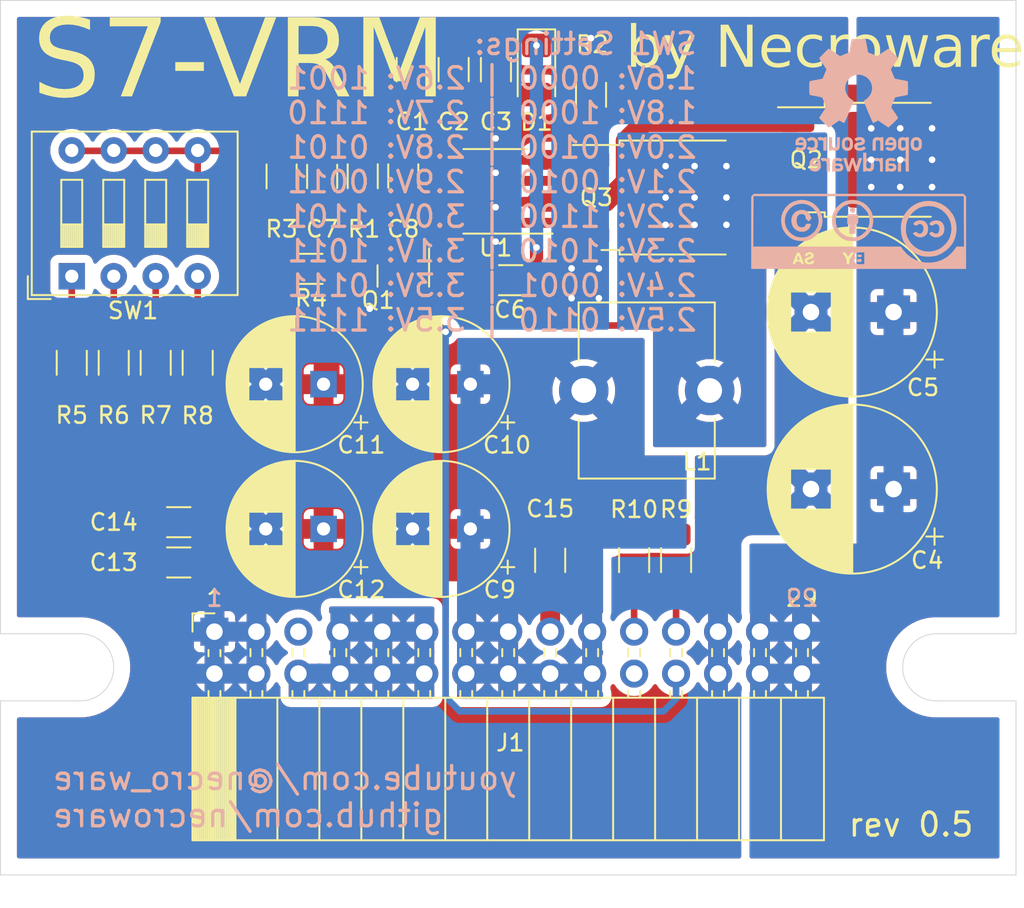
<source format=kicad_pcb>
(kicad_pcb (version 20221018) (generator pcbnew)
  (title_block (title "S7-VRM") (date "2023-04-12") (rev "0.5") (company "Necroware") (comment 1 "by Scorp"))
  (layers (0 "F.Cu" signal) (31 "B.Cu" signal) (34 "B.Paste" user) (35 "F.Paste" user) (36 "B.SilkS" user "B.Silkscreen") (37 "F.SilkS" user "F.Silkscreen") (38 "B.Mask" user) (39 "F.Mask" user) (44 "Edge.Cuts" user))
  (net 0 "")
  (net 1 "/BST")
  (net 2 "/PHASE")
  (net 3 "+5V")
  (net 4 "GND")
  (net 5 "VCORE")
  (net 6 "DISABLE")
  (net 7 "/TG")
  (net 8 "/BG")
  (net 9 "FB")
  (net 10 "Net-(R5-Pad1)")
  (net 11 "Net-(R6-Pad1)")
  (net 12 "Net-(R7-Pad1)")
  (net 13 "Net-(R8-Pad1)")
  (net 14 "SENSE")
  (net 15 "PWRGOOD")
  (net 16 "+12V")
  (net 17 "+3.3V")
  (net 19 "/COMP")
  (net 20 "Net-(C7-Pad1)")
  (footprint "Capacitor_THT:CP_Radial_D8.0mm_P3.50mm" (layer "F.Cu") (at 138.938 112.141 180)
    (fp_text reference "C12" (at -2.286 -3.683 180) (layer "F.SilkS"))
    (fp_text value "1000u")
    (pad "1" thru_hole rect (at 0 0 180) (size 1.6 1.6) (drill 0.8) (layers "*.Cu" "*.Mask") (net 5 "VCORE"))
    (pad "2" thru_hole circle (at 3.5 0 180) (size 1.6 1.6) (drill 0.8) (layers "*.Cu" "*.Mask") (net 4 "GND"))
  )
  (footprint "Resistor_SMD:R_1206_3216Metric_Pad1.30x1.75mm_HandSolder" (layer "F.Cu") (at 155.127 85.852 -90)
    (fp_text reference "R2" (at -3.048 -0.067 -180) (layer "F.SilkS"))
    (fp_text value "12K")
    (pad "1" smd roundrect (at -1.55 0 270) (size 1.3 1.75) (layers "F.Cu" "F.Paste" "F.Mask") (roundrect_rratio 0.192308) (net 4 "GND"))
    (pad "2" smd roundrect (at 1.55 0 270) (size 1.3 1.75) (layers "F.Cu" "F.Paste" "F.Mask") (roundrect_rratio 0.192308) (net 8 "/BG"))
  )
  (footprint "Resistor_SMD:R_1206_3216Metric_Pad1.30x1.75mm_HandSolder" (layer "F.Cu") (at 126.238 102.082 -90)
    (fp_text reference "R6" (at 3.1735 0 -180) (layer "F.SilkS"))
    (fp_text value "6K")
    (pad "1" smd roundrect (at -1.55 0 270) (size 1.3 1.75) (layers "F.Cu" "F.Paste" "F.Mask") (roundrect_rratio 0.192308) (net 11 "Net-(R6-Pad1)"))
    (pad "2" smd roundrect (at 1.55 0 270) (size 1.3 1.75) (layers "F.Cu" "F.Paste" "F.Mask") (roundrect_rratio 0.192308) (net 4 "GND"))
  )
  (footprint "Capacitor_THT:CP_Radial_D8.0mm_P3.50mm" (layer "F.Cu") (at 138.938 103.378 180)
    (fp_text reference "C11" (at -2.286 -3.683) (layer "F.SilkS"))
    (fp_text value "1000u")
    (pad "1" thru_hole rect (at 0 0 180) (size 1.6 1.6) (drill 0.8) (layers "*.Cu" "*.Mask") (net 5 "VCORE"))
    (pad "2" thru_hole circle (at 3.5 0 180) (size 1.6 1.6) (drill 0.8) (layers "*.Cu" "*.Mask") (net 4 "GND"))
  )
  (footprint "Package_TO_SOT_SMD:SOT-23" (layer "F.Cu") (at 143.764 96.8225 -90)
    (fp_text reference "Q1" (at 1.4755 1.524) (layer "F.SilkS"))
    (fp_text value "Q_NPN_BEC")
    (pad "1" smd roundrect (at -0.9375 -0.95 270) (size 1.475 0.6) (layers "F.Cu" "F.Paste" "F.Mask") (net 6 "DISABLE"))
    (pad "2" smd roundrect (at -0.9375 0.95 270) (size 1.475 0.6) (layers "F.Cu" "F.Paste" "F.Mask") (net 4 "GND"))
    (pad "3" smd roundrect (at 0.9375 0 270) (size 1.475 0.6) (layers "F.Cu" "F.Paste" "F.Mask") (net 19 "/COMP"))
  )
  (footprint "Resistor_SMD:R_1206_3216Metric_Pad1.30x1.75mm_HandSolder" (layer "F.Cu") (at 141.308666 90.784 90)
    (fp_text reference "R1" (at -3.196 0.0762) (layer "F.SilkS"))
    (fp_text value "12K")
    (pad "1" smd roundrect (at -1.55 0 90) (size 1.3 1.75) (layers "F.Cu" "F.Paste" "F.Mask") (roundrect_rratio 0.192308) (net 19 "/COMP"))
    (pad "2" smd roundrect (at 1.55 0 90) (size 1.3 1.75) (layers "F.Cu" "F.Paste" "F.Mask") (roundrect_rratio 0.192308) (net 20 "Net-(C7-Pad1)"))
  )
  (footprint "Capacitor_THT:CP_Radial_D8.0mm_P3.50mm" (layer "F.Cu") (at 147.824698 103.378 180)
    (fp_text reference "C10" (at -2.215 -3.683) (layer "F.SilkS"))
    (fp_text value "1000u")
    (pad "1" thru_hole rect (at 0 0 180) (size 1.6 1.6) (drill 0.8) (layers "*.Cu" "*.Mask") (net 5 "VCORE"))
    (pad "2" thru_hole circle (at 3.5 0 180) (size 1.6 1.6) (drill 0.8) (layers "*.Cu" "*.Mask") (net 4 "GND"))
  )
  (footprint "Capacitor_THT:CP_Radial_D10.0mm_P5.00mm" (layer "F.Cu") (at 173.436677 109.728 180)
    (fp_text reference "C4" (at -2.032 -4.318) (layer "F.SilkS"))
    (fp_text value "2200u")
    (pad "1" thru_hole rect (at 0 0 180) (size 2 2) (drill 1) (layers "*.Cu" "*.Mask") (net 3 "+5V"))
    (pad "2" thru_hole circle (at 5 0 180) (size 2 2) (drill 1) (layers "*.Cu" "*.Mask") (net 4 "GND"))
  )
  (footprint "Button_Switch_THT:SW_DIP_SPSTx04_Slide_9.78x12.34mm_W7.62mm_P2.54mm" (layer "F.Cu") (at 123.698 96.8405 90)
    (fp_text reference "SW1" (at -2.0828 3.7084 180) (layer "F.SilkS"))
    (fp_text value "SW_DIP_x04")
    (pad "1" thru_hole rect (at 0 0 90) (size 1.6 1.6) (drill 0.8) (layers "*.Cu" "*.Mask") (net 10 "Net-(R5-Pad1)"))
    (pad "2" thru_hole oval (at 0 2.54 90) (size 1.6 1.6) (drill 0.8) (layers "*.Cu" "*.Mask") (net 11 "Net-(R6-Pad1)"))
    (pad "3" thru_hole oval (at 0 5.08 90) (size 1.6 1.6) (drill 0.8) (layers "*.Cu" "*.Mask") (net 12 "Net-(R7-Pad1)"))
    (pad "4" thru_hole oval (at 0 7.62 90) (size 1.6 1.6) (drill 0.8) (layers "*.Cu" "*.Mask") (net 13 "Net-(R8-Pad1)"))
    (pad "5" thru_hole oval (at 7.62 7.62 90) (size 1.6 1.6) (drill 0.8) (layers "*.Cu" "*.Mask") (net 9 "FB"))
    (pad "6" thru_hole oval (at 7.62 5.08 90) (size 1.6 1.6) (drill 0.8) (layers "*.Cu" "*.Mask") (net 9 "FB"))
    (pad "7" thru_hole oval (at 7.62 2.54 90) (size 1.6 1.6) (drill 0.8) (layers "*.Cu" "*.Mask") (net 9 "FB"))
    (pad "8" thru_hole oval (at 7.62 0 90) (size 1.6 1.6) (drill 0.8) (layers "*.Cu" "*.Mask") (net 9 "FB"))
  )
  (footprint "Capacitor_THT:CP_Radial_D8.0mm_P3.50mm" (layer "F.Cu") (at 147.824698 112.141 180)
    (fp_text reference "C9" (at -1.779651 -3.683 180) (layer "F.SilkS"))
    (fp_text value "1000u")
    (pad "1" thru_hole rect (at 0 0 180) (size 1.6 1.6) (drill 0.8) (layers "*.Cu" "*.Mask") (net 5 "VCORE"))
    (pad "2" thru_hole circle (at 3.5 0 180) (size 1.6 1.6) (drill 0.8) (layers "*.Cu" "*.Mask") (net 4 "GND"))
  )
  (footprint "Inductor_THT:L_Toroid_Vertical_L16.0mm_W8.0mm_P7.62mm" (layer "F.Cu") (at 162.306 103.759 -90)
    (fp_text reference "L1" (at 4.318 0.762) (layer "F.SilkS"))
    (fp_text value "3,3u")
    (pad "1" thru_hole circle (at 0 0 270) (size 3 3) (drill 1.5) (layers "*.Cu" "*.Mask") (net 2 "/PHASE"))
    (pad "2" thru_hole circle (at 0 7.62 270) (size 3 3) (drill 1.5) (layers "*.Cu" "*.Mask") (net 5 "VCORE"))
  )
  (footprint "Capacitor_SMD:C_1206_3216Metric_Pad1.33x1.80mm_HandSolder" (layer "F.Cu") (at 150.2645 97.0788 180)
    (fp_text reference "C6" (at 0.0235 -1.778 180) (layer "F.SilkS"))
    (fp_text value "100n")
    (pad "1" smd roundrect (at -1.5625 0 180) (size 1.325 1.8) (layers "F.Cu" "F.Paste" "F.Mask") (roundrect_rratio 0.188679) (net 1 "/BST"))
    (pad "2" smd roundrect (at 1.5625 0 180) (size 1.325 1.8) (layers "F.Cu" "F.Paste" "F.Mask") (roundrect_rratio 0.188679) (net 2 "/PHASE"))
  )
  (footprint "Capacitor_SMD:C_1206_3216Metric_Pad1.33x1.80mm_HandSolder" (layer "F.Cu") (at 149.370999 84.328 90)
    (fp_text reference "C3" (at -3.1525 0 180) (layer "F.SilkS"))
    (fp_text value "100n")
    (pad "1" smd roundrect (at -1.5625 0 90) (size 1.325 1.8) (layers "F.Cu" "F.Paste" "F.Mask") (roundrect_rratio 0.188679) (net 3 "+5V"))
    (pad "2" smd roundrect (at 1.5625 0 90) (size 1.325 1.8) (layers "F.Cu" "F.Paste" "F.Mask") (roundrect_rratio 0.188679) (net 4 "GND"))
  )
  (footprint "Capacitor_SMD:C_1206_3216Metric_Pad1.33x1.80mm_HandSolder" (layer "F.Cu") (at 143.764 90.7715 90)
    (fp_text reference "C8" (at -3.2085 0 180) (layer "F.SilkS"))
    (fp_text value "47p")
    (pad "1" smd roundrect (at -1.5625 0 90) (size 1.325 1.8) (layers "F.Cu" "F.Paste" "F.Mask") (roundrect_rratio 0.188679) (net 19 "/COMP"))
    (pad "2" smd roundrect (at 1.5625 0 90) (size 1.325 1.8) (layers "F.Cu" "F.Paste" "F.Mask") (roundrect_rratio 0.188679) (net 4 "GND"))
  )
  (footprint "Connector_PinSocket_2.54mm:PinSocket_2x15_P2.54mm_Horizontal" (layer "F.Cu") (at 132.334 118.364 90)
    (fp_text reference "J1" (at -6.731 17.907 180) (layer "F.SilkS"))
    (fp_text value "Conn_02x15_Row_Letter_First")
    (pad "1" thru_hole rect (at 0 0 90) (size 1.7 1.7) (drill 1) (layers "*.Cu" "*.Mask") (net 4 "GND"))
    (pad "2" thru_hole oval (at -2.54 0 90) (size 1.7 1.7) (drill 1) (layers "*.Cu" "*.Mask") (net 4 "GND"))
    (pad "3" thru_hole oval (at 0 2.54 90) (size 1.7 1.7) (drill 1) (layers "*.Cu" "*.Mask") (net 4 "GND"))
    (pad "4" thru_hole oval (at -2.54 2.54 90) (size 1.7 1.7) (drill 1) (layers "*.Cu" "*.Mask") (net 4 "GND"))
    (pad "5" thru_hole oval (at 0 5.08 90) (size 1.7 1.7) (drill 1) (layers "*.Cu" "*.Mask") (net 16 "+12V"))
    (pad "6" thru_hole oval (at -2.54 5.08 90) (size 1.7 1.7) (drill 1) (layers "*.Cu" "*.Mask") (net 17 "+3.3V"))
    (pad "7" thru_hole oval (at 0 7.62 90) (size 1.7 1.7) (drill 1) (layers "*.Cu" "*.Mask") (net 17 "+3.3V"))
    (pad "8" thru_hole oval (at -2.54 7.62 90) (size 1.7 1.7) (drill 1) (layers "*.Cu" "*.Mask") (net 17 "+3.3V"))
    (pad "9" thru_hole oval (at 0 10.16 90) (size 1.7 1.7) (drill 1) (layers "*.Cu" "*.Mask") (net 17 "+3.3V"))
    (pad "10" thru_hole oval (at -2.54 10.16 90) (size 1.7 1.7) (drill 1) (layers "*.Cu" "*.Mask") (net 17 "+3.3V"))
    (pad "11" thru_hole oval (at 0 12.7 90) (size 1.7 1.7) (drill 1) (layers "*.Cu" "*.Mask") (net 17 "+3.3V"))
    (pad "12" thru_hole oval (at -2.54 12.7 90) (size 1.7 1.7) (drill 1) (layers "*.Cu" "*.Mask") (net 17 "+3.3V"))
    (pad "13" thru_hole oval (at 0 15.24 90) (size 1.7 1.7) (drill 1) (layers "*.Cu" "*.Mask") (net 5 "VCORE"))
    (pad "14" thru_hole oval (at -2.54 15.24 90) (size 1.7 1.7) (drill 1) (layers "*.Cu" "*.Mask") (net 5 "VCORE"))
    (pad "15" thru_hole oval (at 0 17.78 90) (size 1.7 1.7) (drill 1) (layers "*.Cu" "*.Mask") (net 5 "VCORE"))
    (pad "16" thru_hole oval (at -2.54 17.78 90) (size 1.7 1.7) (drill 1) (layers "*.Cu" "*.Mask") (net 5 "VCORE"))
    (pad "17" thru_hole oval (at 0 20.32 90) (size 1.7 1.7) (drill 1) (layers "*.Cu" "*.Mask") (net 4 "GND"))
    (pad "18" thru_hole oval (at -2.54 20.32 90) (size 1.7 1.7) (drill 1) (layers "*.Cu" "*.Mask") (net 5 "VCORE"))
    (pad "19" thru_hole oval (at 0 22.86 90) (size 1.7 1.7) (drill 1) (layers "*.Cu" "*.Mask") (net 5 "VCORE"))
    (pad "20" thru_hole oval (at -2.54 22.86 90) (size 1.7 1.7) (drill 1) (layers "*.Cu" "*.Mask") (net 5 "VCORE"))
    (pad "21" thru_hole oval (at 0 25.4 90) (size 1.7 1.7) (drill 1) (layers "*.Cu" "*.Mask") (net 15 "PWRGOOD"))
    (pad "22" thru_hole oval (at -2.54 25.4 90) (size 1.7 1.7) (drill 1) (layers "*.Cu" "*.Mask"))
    (pad "23" thru_hole oval (at 0 27.94 90) (size 1.7 1.7) (drill 1) (layers "*.Cu" "*.Mask") (net 14 "SENSE"))
    (pad "24" thru_hole oval (at -2.54 27.94 90) (size 1.7 1.7) (drill 1) (layers "*.Cu" "*.Mask") (net 6 "DISABLE"))
    (pad "25" thru_hole oval (at 0 30.48 90) (size 1.7 1.7) (drill 1) (layers "*.Cu" "*.Mask") (net 4 "GND"))
    (pad "26" thru_hole oval (at -2.54 30.48 90) (size 1.7 1.7) (drill 1) (layers "*.Cu" "*.Mask") (net 4 "GND"))
    (pad "27" thru_hole oval (at 0 33.02 90) (size 1.7 1.7) (drill 1) (layers "*.Cu" "*.Mask") (net 3 "+5V"))
    (pad "28" thru_hole oval (at -2.54 33.02 90) (size 1.7 1.7) (drill 1) (layers "*.Cu" "*.Mask") (net 3 "+5V"))
    (pad "29" thru_hole oval (at 0 35.56 90) (size 1.7 1.7) (drill 1) (layers "*.Cu" "*.Mask") (net 3 "+5V"))
    (pad "30" thru_hole oval (at -2.54 35.56 90) (size 1.7 1.7) (drill 1) (layers "*.Cu" "*.Mask") (net 3 "+5V"))
  )
  (footprint "Package_TO_SOT_SMD:TO-252-2" (layer "F.Cu") (at 160.167 92.074)
    (fp_text reference "Q3" (at -4.719 0 180) (layer "F.SilkS"))
    (fp_text value "Q_NMOS_GDS")
    (pad "1" smd roundrect (at -5.04 -2.28) (size 2.2 1.2) (layers "F.Cu" "F.Paste" "F.Mask") (roundrect_rratio 0.208333) (net 8 "/BG"))
    (pad "2" smd roundrect (at -0.415 -1.525) (size 3.05 2.75) (layers "F.Cu" "F.Paste") (roundrect_rratio 0.090909) (net 2 "/PHASE"))
    (pad "2" smd roundrect (at -0.415 1.525) (size 3.05 2.75) (layers "F.Cu" "F.Paste") (roundrect_rratio 0.090909) (net 2 "/PHASE"))
    (pad "2" smd roundrect (at 1.26 0) (size 6.4 5.8) (layers "F.Cu" "F.Mask") (roundrect_rratio 0.043103) (net 2 "/PHASE"))
    (pad "2" smd roundrect (at 2.935 -1.525) (size 3.05 2.75) (layers "F.Cu" "F.Paste") (roundrect_rratio 0.090909) (net 2 "/PHASE"))
    (pad "2" smd roundrect (at 2.935 1.525) (size 3.05 2.75) (layers "F.Cu" "F.Paste") (roundrect_rratio 0.090909) (net 2 "/PHASE"))
    (pad "3" smd roundrect (at -5.04 2.28) (size 2.2 1.2) (layers "F.Cu" "F.Paste" "F.Mask") (roundrect_rratio 0.208333) (net 4 "GND"))
  )
  (footprint "Capacitor_SMD:C_1206_3216Metric_Pad1.33x1.80mm_HandSolder" (layer "F.Cu") (at 146.812 84.328 90)
    (fp_text reference "C2" (at -3.1525 0) (layer "F.SilkS"))
    (fp_text value "4.7u")
    (pad "1" smd roundrect (at -1.5625 0 90) (size 1.325 1.8) (layers "F.Cu" "F.Paste" "F.Mask") (roundrect_rratio 0.188679) (net 3 "+5V"))
    (pad "2" smd roundrect (at 1.5625 0 90) (size 1.325 1.8) (layers "F.Cu" "F.Paste" "F.Mask") (roundrect_rratio 0.188679) (net 4 "GND"))
  )
  (footprint "Resistor_SMD:R_1206_3216Metric_Pad1.30x1.75mm_HandSolder" (layer "F.Cu") (at 128.778 102.082 -90)
    (fp_text reference "R7" (at 3.1735 0 -180) (layer "F.SilkS"))
    (fp_text value "4,8K")
    (pad "1" smd roundrect (at -1.55 0 270) (size 1.3 1.75) (layers "F.Cu" "F.Paste" "F.Mask") (roundrect_rratio 0.192308) (net 12 "Net-(R7-Pad1)"))
    (pad "2" smd roundrect (at 1.55 0 270) (size 1.3 1.75) (layers "F.Cu" "F.Paste" "F.Mask") (roundrect_rratio 0.192308) (net 4 "GND"))
  )
  (footprint "Resistor_SMD:R_1206_3216Metric_Pad1.30x1.75mm_HandSolder" (layer "F.Cu") (at 138.151651 96.393 180)
    (fp_text reference "R4" (at -0.024349 -1.778 180) (layer "F.SilkS"))
    (fp_text value "3K")
    (pad "1" smd roundrect (at -1.55 0 180) (size 1.3 1.75) (layers "F.Cu" "F.Paste" "F.Mask") (roundrect_rratio 0.192308) (net 5 "VCORE"))
    (pad "2" smd roundrect (at 1.55 0 180) (size 1.3 1.75) (layers "F.Cu" "F.Paste" "F.Mask") (roundrect_rratio 0.192308) (net 9 "FB"))
  )
  (footprint "Resistor_SMD:R_1206_3216Metric_Pad1.30x1.75mm_HandSolder" (layer "F.Cu") (at 160.274 114.0335 90)
    (fp_text reference "R9" (at 3.074 0 180) (layer "F.SilkS"))
    (fp_text value "0")
    (pad "1" smd roundrect (at -1.55 0 90) (size 1.3 1.75) (layers "F.Cu" "F.Paste" "F.Mask") (roundrect_rratio 0.192308) (net 14 "SENSE"))
    (pad "2" smd roundrect (at 1.55 0 90) (size 1.3 1.75) (layers "F.Cu" "F.Paste" "F.Mask") (roundrect_rratio 0.192308) (net 5 "VCORE"))
  )
  (footprint "Capacitor_SMD:C_1206_3216Metric_Pad1.33x1.80mm_HandSolder" (layer "F.Cu") (at 152.654 114.046 -90)
    (fp_text reference "C15" (at -3.125 0 -180) (layer "F.SilkS"))
    (fp_text value "10u")
    (pad "1" smd roundrect (at -1.5625 0 270) (size 1.325 1.8) (layers "F.Cu" "F.Paste" "F.Mask") (roundrect_rratio 0.188679) (net 5 "VCORE"))
    (pad "2" smd roundrect (at 1.5625 0 270) (size 1.325 1.8) (layers "F.Cu" "F.Paste" "F.Mask") (roundrect_rratio 0.188679) (net 4 "GND"))
  )
  (footprint "Resistor_SMD:R_1206_3216Metric_Pad1.30x1.75mm_HandSolder" (layer "F.Cu") (at 131.318 102.082 -90)
    (fp_text reference "R8" (at 3.201 0 -180) (layer "F.SilkS"))
    (fp_text value "3K")
    (pad "1" smd roundrect (at -1.55 0 270) (size 1.3 1.75) (layers "F.Cu" "F.Paste" "F.Mask") (roundrect_rratio 0.192308) (net 13 "Net-(R8-Pad1)"))
    (pad "2" smd roundrect (at 1.55 0 270) (size 1.3 1.75) (layers "F.Cu" "F.Paste" "F.Mask") (roundrect_rratio 0.192308) (net 4 "GND"))
  )
  (footprint "Package_TO_SOT_SMD:TO-252-2" (layer "F.Cu") (at 172.579 89.788)
    (fp_text reference "Q2" (at -4.431 0 180) (layer "F.SilkS"))
    (fp_text value "Q_NMOS_GDS")
    (pad "1" smd roundrect (at -5.04 -2.28) (size 2.2 1.2) (layers "F.Cu" "F.Paste" "F.Mask") (roundrect_rratio 0.208333) (net 7 "/TG"))
    (pad "2" smd roundrect (at -0.415 -1.525) (size 3.05 2.75) (layers "F.Cu" "F.Paste") (roundrect_rratio 0.090909) (net 3 "+5V"))
    (pad "2" smd roundrect (at -0.415 1.525) (size 3.05 2.75) (layers "F.Cu" "F.Paste") (roundrect_rratio 0.090909) (net 3 "+5V"))
    (pad "2" smd roundrect (at 1.26 0) (size 6.4 5.8) (layers "F.Cu" "F.Mask") (roundrect_rratio 0.043103) (net 3 "+5V"))
    (pad "2" smd roundrect (at 2.935 -1.525) (size 3.05 2.75) (layers "F.Cu" "F.Paste") (roundrect_rratio 0.090909) (net 3 "+5V"))
    (pad "2" smd roundrect (at 2.935 1.525) (size 3.05 2.75) (layers "F.Cu" "F.Paste") (roundrect_rratio 0.090909) (net 3 "+5V"))
    (pad "3" smd roundrect (at -5.04 2.28) (size 2.2 1.2) (layers "F.Cu" "F.Paste" "F.Mask") (roundrect_rratio 0.208333) (net 2 "/PHASE"))
  )
  (footprint "Resistor_SMD:R_1206_3216Metric_Pad1.30x1.75mm_HandSolder" (layer "F.Cu") (at 136.398 90.7965 -90)
    (fp_text reference "R3" (at 3.1835 0) (layer "F.SilkS"))
    (fp_text value "3K")
    (pad "1" smd roundrect (at -1.55 0 270) (size 1.3 1.75) (layers "F.Cu" "F.Paste" "F.Mask") (roundrect_rratio 0.192308) (net 9 "FB"))
    (pad "2" smd roundrect (at 1.55 0 270) (size 1.3 1.75) (layers "F.Cu" "F.Paste" "F.Mask") (roundrect_rratio 0.192308) (net 4 "GND"))
  )
  (footprint "Diode_SMD:D_1206_3216Metric_Pad1.42x1.75mm_HandSolder" (layer "F.Cu") (at 151.822998 84.3505 -90)
    (fp_text reference "D1" (at 3.1525 0 -180) (layer "F.SilkS"))
    (fp_text value "D")
    (pad "1" smd roundrect (at -1.4875 0 270) (size 1.425 1.75) (layers "F.Cu" "F.Paste" "F.Mask") (roundrect_rratio 0.175439) (net 1 "/BST"))
    (pad "2" smd roundrect (at 1.4875 0 270) (size 1.425 1.75) (layers "F.Cu" "F.Paste" "F.Mask") (roundrect_rratio 0.175439) (net 3 "+5V"))
  )
  (footprint "Capacitor_SMD:C_1206_3216Metric_Pad1.33x1.80mm_HandSolder" (layer "F.Cu") (at 138.853333 90.7965 -90)
    (fp_text reference "C7" (at 3.1835 0) (layer "F.SilkS"))
    (fp_text value "330n")
    (pad "1" smd roundrect (at -1.5625 0 270) (size 1.325 1.8) (layers "F.Cu" "F.Paste" "F.Mask") (roundrect_rratio 0.188679) (net 20 "Net-(C7-Pad1)"))
    (pad "2" smd roundrect (at 1.5625 0 270) (size 1.325 1.8) (layers "F.Cu" "F.Paste" "F.Mask") (roundrect_rratio 0.188679) (net 4 "GND"))
  )
  (footprint "Package_SO:SOIC-8_3.9x4.9mm_P1.27mm" (layer "F.Cu") (at 149.352 91.699 180)
    (fp_text reference "U1" (at 0 -3.424 180) (layer "F.SilkS"))
    (fp_text value "NCP1579")
    (pad "1" smd roundrect (at -2.475 -1.905 180) (size 1.95 0.6) (layers "F.Cu" "F.Paste" "F.Mask") (net 1 "/BST"))
    (pad "2" smd roundrect (at -2.475 -0.635 180) (size 1.95 0.6) (layers "F.Cu" "F.Paste" "F.Mask") (net 7 "/TG"))
    (pad "3" smd roundrect (at -2.475 0.635 180) (size 1.95 0.6) (layers "F.Cu" "F.Paste" "F.Mask") (net 4 "GND"))
    (pad "4" smd roundrect (at -2.475 1.905 180) (size 1.95 0.6) (layers "F.Cu" "F.Paste" "F.Mask") (net 8 "/BG"))
    (pad "5" smd roundrect (at 2.475 1.905 180) (size 1.95 0.6) (layers "F.Cu" "F.Paste" "F.Mask") (net 3 "+5V"))
    (pad "6" smd roundrect (at 2.475 0.635 180) (size 1.95 0.6) (layers "F.Cu" "F.Paste" "F.Mask") (net 9 "FB"))
    (pad "7" smd roundrect (at 2.475 -0.635 180) (size 1.95 0.6) (layers "F.Cu" "F.Paste" "F.Mask") (net 19 "/COMP"))
    (pad "8" smd roundrect (at 2.475 -1.905 180) (size 1.95 0.6) (layers "F.Cu" "F.Paste" "F.Mask") (net 2 "/PHASE"))
  )
  (footprint "Resistor_SMD:R_1206_3216Metric_Pad1.30x1.75mm_HandSolder" (layer "F.Cu") (at 123.698 102.082 -90)
    (fp_text reference "R5" (at 3.1735 0 -180) (layer "F.SilkS"))
    (fp_text value "12K")
    (pad "1" smd roundrect (at -1.55 0 270) (size 1.3 1.75) (layers "F.Cu" "F.Paste" "F.Mask") (roundrect_rratio 0.192308) (net 10 "Net-(R5-Pad1)"))
    (pad "2" smd roundrect (at 1.55 0 270) (size 1.3 1.75) (layers "F.Cu" "F.Paste" "F.Mask") (roundrect_rratio 0.192308) (net 4 "GND"))
  )
  (footprint "Capacitor_THT:CP_Radial_D10.0mm_P5.00mm" (layer "F.Cu") (at 173.436677 99.0092 180)
    (fp_text reference "C5" (at -1.778 -4.572) (layer "F.SilkS"))
    (fp_text value "2200u")
    (pad "1" thru_hole rect (at 0 0 180) (size 2 2) (drill 1) (layers "*.Cu" "*.Mask") (net 3 "+5V"))
    (pad "2" thru_hole circle (at 5 0 180) (size 2 2) (drill 1) (layers "*.Cu" "*.Mask") (net 4 "GND"))
  )
  (footprint "Capacitor_SMD:C_1206_3216Metric_Pad1.33x1.80mm_HandSolder" (layer "F.Cu") (at 144.272 84.328 90)
    (fp_text reference "C1" (at -3.1525 0) (layer "F.SilkS"))
    (fp_text value "10u")
    (pad "1" smd roundrect (at -1.5625 0 90) (size 1.325 1.8) (layers "F.Cu" "F.Paste" "F.Mask") (roundrect_rratio 0.188679) (net 3 "+5V"))
    (pad "2" smd roundrect (at 1.5625 0 90) (size 1.325 1.8) (layers "F.Cu" "F.Paste" "F.Mask") (roundrect_rratio 0.188679) (net 4 "GND"))
  )
  (footprint "Capacitor_SMD:C_1206_3216Metric_Pad1.33x1.80mm_HandSolder" (layer "F.Cu") (at 130.175 111.7346 180)
    (fp_text reference "C14" (at 3.937 0) (layer "F.SilkS"))
    (fp_text value "4.7u")
    (pad "1" smd roundrect (at -1.5625 0 180) (size 1.325 1.8) (layers "F.Cu" "F.Paste" "F.Mask") (roundrect_rratio 0.188679) (net 5 "VCORE"))
    (pad "2" smd roundrect (at 1.5625 0 180) (size 1.325 1.8) (layers "F.Cu" "F.Paste" "F.Mask") (roundrect_rratio 0.188679) (net 4 "GND"))
  )
  (footprint "Capacitor_SMD:C_1206_3216Metric_Pad1.33x1.80mm_HandSolder" (layer "F.Cu") (at 130.175 114.173 180)
    (fp_text reference "C13" (at 3.937 0) (layer "F.SilkS"))
    (fp_text value "100n")
    (pad "1" smd roundrect (at -1.5625 0 180) (size 1.325 1.8) (layers "F.Cu" "F.Paste" "F.Mask") (roundrect_rratio 0.188679) (net 5 "VCORE"))
    (pad "2" smd roundrect (at 1.5625 0 180) (size 1.325 1.8) (layers "F.Cu" "F.Paste" "F.Mask") (roundrect_rratio 0.188679) (net 4 "GND"))
  )
  (footprint "Resistor_SMD:R_1206_3216Metric_Pad1.30x1.75mm_HandSolder" (layer "F.Cu") (at 157.734 114.0335 90)
    (fp_text reference "R10" (at 3.074 0 180) (layer "F.SilkS"))
    (fp_text value "1K")
    (pad "1" smd roundrect (at -1.55 0 90) (size 1.3 1.75) (layers "F.Cu" "F.Paste" "F.Mask") (roundrect_rratio 0.192308) (net 15 "PWRGOOD"))
    (pad "2" smd roundrect (at 1.55 0 90) (size 1.3 1.75) (layers "F.Cu" "F.Paste" "F.Mask") (roundrect_rratio 0.192308) (net 5 "VCORE"))
  )
  (footprint "s7-vrm:cc-by-sa-logo" (layer "B.Cu") (at 171.339138 94.107 180)
    (fp_text reference "G***")
    (fp_text value "LOGO" hide)
  )
  (footprint "Symbol:OSHW-Logo_7.5x8mm_SilkScreen" (layer "B.Cu") (at 171.332205 86.487 180)
    (fp_text reference "REF**" hide)
    (fp_text value "OSHW-Logo_7.5x8mm_SilkScreen" hide)
  )
  (gr_line (start 176.022 118.491) (end 180.848 118.491) (stroke (width 0.05)) (layer "Edge.Cuts"))
  (gr_line (start 176.022 122.555) (end 180.848 122.555) (stroke (width 0.05)) (layer "Edge.Cuts"))
  (gr_line (start 124.206 118.491) (end 119.38 118.491) (stroke (width 0.05)) (layer "Edge.Cuts"))
  (gr_arc (start 124.206 118.491) (mid 126.238 120.523) (end 124.206 122.555) (stroke (width 0.05)) (layer "Edge.Cuts"))
  (gr_line (start 180.848 118.491) (end 180.848 80.137) (stroke (width 0.05)) (layer "Edge.Cuts"))
  (gr_line (start 119.38 133.096) (end 180.848 133.096) (stroke (width 0.05)) (layer "Edge.Cuts"))
  (gr_line (start 180.848 80.137) (end 119.38 80.137) (stroke (width 0.05)) (layer "Edge.Cuts"))
  (gr_line (start 119.38 80.137) (end 119.38 118.491) (stroke (width 0.05)) (layer "Edge.Cuts"))
  (gr_line (start 119.38 122.555) (end 119.38 133.096) (stroke (width 0.05)) (layer "Edge.Cuts"))
  (gr_arc (start 176.022 122.555) (mid 173.99 120.523) (end 176.022 118.491) (stroke (width 0.05)) (layer "Edge.Cuts"))
  (gr_line (start 180.848 122.555) (end 180.848 133.096) (stroke (width 0.05)) (layer "Edge.Cuts"))
  (gr_line (start 124.206 122.555) (end 119.38 122.555) (stroke (width 0.05)) (layer "Edge.Cuts"))
  (gr_text "1" (at 132.334 116.332) (layer "B.SilkS") (effects (font (size 1 1)) (justify mirror)))
  (gr_text "29" (at 167.894 116.332) (layer "B.SilkS") (effects (font (size 1 1)) (justify mirror)))
  (gr_text "SW1 Settings:\n1.6V: 0000 | 2.6V: 1001\n1.8V: 1000 | 2.7V: 1110\n2.0V: 0100 | 2.8V: 0101\n2.1V: 0010 | 2.9V: 0011\n2.2V: 1100 | 3.0V: 1101\n2.3V: 1010 | 3.1V: 1011\n2.4V: 0001 | 3.3V: 0111\n2.5V: 0110 | 3.5V: 1111\n" (at 161.6456 91.1352) (layer "B.SilkS") (effects (font (size 1.3 1.3) (thickness 0.2)) (justify left mirror)))
  (gr_text "youtube.com/@necro_ware\ngithub.com/necroware" (at 122.428 130.302) (layer "B.SilkS") (effects (font (size 1.4 1.4) (thickness 0.2)) (justify right bottom mirror)))
  (gr_text "${TITLE}" (at 121.285 83.9978) (layer "F.SilkS") (effects (font (size 4.7 4.7) (thickness 0.5875)) (justify left)))
  (gr_text "by Necroware" (at 157.226 84.582) (layer "F.SilkS") (effects (font (size 2.5 2.5) (thickness 0.2)) (justify left bottom)))
  (gr_text "1" (at 132.334 116.332) (layer "F.SilkS") (effects (font (size 1 1))))
  (gr_text "29" (at 167.894 116.332) (layer "F.SilkS") (effects (font (size 1 1))))
  (gr_text "rev ${REVISION}" (at 174.498 130.048) (layer "F.SilkS") (effects (font (size 1.4 1.4) (thickness 0.2))))
  (segment (start 151.827 97.2585) (end 151.827 93.734) (width 0.8) (layer "F.Cu") (net 1))
  (via blind (at 151.822998 82.863) (size 0.8) (drill 0.4) (layers "F.Cu" "B.Cu") (net 1))
  (via blind (at 151.827 95.0976) (size 0.8) (drill 0.4) (layers "F.Cu" "B.Cu") (net 1))
  (segment (start 151.827 95.0976) (end 151.822998 95.093598) (width 0.8) (layer "B.Cu") (net 1))
  (segment (start 151.822998 95.093598) (end 151.822998 82.863) (width 0.8) (layer "B.Cu") (net 1))
  (segment (start 157.861 99.822) (end 159.639 98.044) (width 0.4) (layer "F.Cu") (net 2))
  (segment (start 149.987 99.822) (end 157.861 99.822) (width 0.4) (layer "F.Cu") (net 2))
  (segment (start 159.639 98.044) (end 159.639 93.726) (width 0.4) (layer "F.Cu") (net 2))
  (segment (start 148.702 98.537) (end 149.987 99.822) (width 0.4) (layer "F.Cu") (net 2))
  (segment (start 146.877 93.604) (end 146.877 95.2538) (width 0.4) (layer "F.Cu") (net 2))
  (segment (start 148.702 97.0788) (end 148.702 98.537) (width 0.4) (layer "F.Cu") (net 2))
  (segment (start 146.877 95.2538) (end 148.702 97.0788) (width 0.4) (layer "F.Cu") (net 2))
  (via blind (at 163.322 93.726) (size 0.8) (drill 0.4) (layers "F.Cu" "B.Cu") (net 2))
  (via blind (at 159.639 92.074) (size 0.8) (drill 0.4) (layers "F.Cu" "B.Cu") (net 2))
  (via blind (at 161.393 90.17) (size 0.8) (drill 0.4) (layers "F.Cu" "B.Cu") (net 2))
  (via blind (at 159.639 90.17) (size 0.8) (drill 0.4) (layers "F.Cu" "B.Cu") (net 2))
  (via blind (at 161.393 92.074) (size 0.8) (drill 0.4) (layers "F.Cu" "B.Cu") (net 2))
  (via blind (at 163.322 92.074) (size 0.8) (drill 0.4) (layers "F.Cu" "B.Cu") (net 2))
  (via blind (at 163.322 90.17) (size 0.8) (drill 0.4) (layers "F.Cu" "B.Cu") (net 2))
  (via blind (at 161.393 93.726) (size 0.8) (drill 0.4) (layers "F.Cu" "B.Cu") (net 2))
  (via blind (at 159.639 93.726) (size 0.8) (drill 0.4) (layers "F.Cu" "B.Cu") (net 2))
  (segment (start 173.468 85.838) (end 173.839 86.209) (width 1.2) (layer "F.Cu") (net 3))
  (segment (start 173.839 86.209) (end 173.839 89.788) (width 1.2) (layer "F.Cu") (net 3))
  (segment (start 151.822998 85.838) (end 173.468 85.838) (width 1.2) (layer "F.Cu") (net 3))
  (segment (start 146.877 85.8905) (end 151.770498 85.8905) (width 1.2) (layer "F.Cu") (net 3))
  (segment (start 146.877 85.8905) (end 146.877 89.794) (width 1.2) (layer "F.Cu") (net 3))
  (segment (start 151.770498 85.8905) (end 151.822998 85.838) (width 1.2) (layer "F.Cu") (net 3))
  (segment (start 146.812 85.8905) (end 144.272 85.8905) (width 1.2) (layer "F.Cu") (net 3))
  (via blind (at 173.839 91.44) (size 0.8) (drill 0.4) (layers "F.Cu" "B.Cu") (net 3))
  (via blind (at 175.768 91.44) (size 0.8) (drill 0.4) (layers "F.Cu" "B.Cu") (net 3))
  (via blind (at 175.768 87.884) (size 0.8) (drill 0.4) (layers "F.Cu" "B.Cu") (net 3))
  (via blind (at 175.768 89.788) (size 0.8) (drill 0.4) (layers "F.Cu" "B.Cu") (net 3))
  (via blind (at 173.839 87.884) (size 0.8) (drill 0.4) (layers "F.Cu" "B.Cu") (net 3))
  (via blind (at 172.085 91.44) (size 0.8) (drill 0.4) (layers "F.Cu" "B.Cu") (net 3))
  (via blind (at 173.839 89.788) (size 0.8) (drill 0.4) (layers "F.Cu" "B.Cu") (net 3))
  (via blind (at 172.085 89.788) (size 0.8) (drill 0.4) (layers "F.Cu" "B.Cu") (net 3))
  (via blind (at 172.085 87.884) (size 0.8) (drill 0.4) (layers "F.Cu" "B.Cu") (net 3))
  (segment (start 152.654 118.364) (end 152.654 115.6085) (width 1.2) (layer "F.Cu") (net 4))
  (via blind (at 153.948 96.3676) (size 0.8) (drill 0.4) (layers "F.Cu" "B.Cu") (net 4))
  (via blind (at 155.127 82.423) (size 0.8) (drill 0.4) (layers "F.Cu" "B.Cu") (net 4))
  (via blind (at 149.352 88.4936) (size 0.8) (drill 0.4) (layers "F.Cu" "B.Cu") (net 4))
  (via blind (at 149.352 92.6592) (size 0.8) (drill 0.4) (layers "F.Cu" "B.Cu") (net 4))
  (via blind (at 153.948 98.171) (size 0.8) (drill 0.4) (layers "F.Cu" "B.Cu") (net 4))
  (via blind (at 155.6004 96.3676) (size 0.8) (drill 0.4) (layers "F.Cu" "B.Cu") (net 4))
  (via blind (at 141.732 98.806) (size 0.8) (drill 0.4) (layers "F.Cu" "B.Cu") (net 4))
  (via blind (at 149.352 94.742) (size 0.8) (drill 0.4) (layers "F.Cu" "B.Cu") (net 4))
  (via blind (at 155.6004 98.171) (size 0.8) (drill 0.4) (layers "F.Cu" "B.Cu") (net 4))
  (via blind (at 149.352 90.5764) (size 0.8) (drill 0.4) (layers "F.Cu" "B.Cu") (net 4))
  (segment (start 139.701651 103.505) (end 139.701651 96.342651) (width 0.4) (layer "F.Cu") (net 5))
  (segment (start 146.324 100.203) (end 144.714 98.593) (width 0.4) (layer "F.Cu") (net 6))
  (segment (start 144.714 98.593) (end 144.714 95.885) (width 0.4) (layer "F.Cu") (net 6))
  (via blind (at 146.324 100.203) (size 0.8) (drill 0.4) (layers "F.Cu" "B.Cu") (net 6))
  (segment (start 160.274 122.428) (end 160.274 120.904) (width 0.4) (layer "B.Cu") (net 6))
  (segment (start 147.193 123.19) (end 159.512 123.19) (width 0.4) (layer "B.Cu") (net 6))
  (segment (start 146.324 122.321) (end 147.193 123.19) (width 0.4) (layer "B.Cu") (net 6))
  (segment (start 159.512 123.19) (end 160.274 122.428) (width 0.4) (layer "B.Cu") (net 6))
  (segment (start 146.324 100.203) (end 146.324 122.321) (width 0.4) (layer "B.Cu") (net 6))
  (segment (start 158.364 87.508) (end 167.539 87.508) (width 1.2) (layer "F.Cu") (net 7))
  (segment (start 156.0145 92.334) (end 157.226 91.1225) (width 1.2) (layer "F.Cu") (net 7))
  (segment (start 157.226 88.646) (end 158.364 87.508) (width 1.2) (layer "F.Cu") (net 7))
  (segment (start 151.827 92.334) (end 156.0145 92.334) (width 1.2) (layer "F.Cu") (net 7))
  (segment (start 157.226 91.1225) (end 157.226 88.646) (width 1.2) (layer "F.Cu") (net 7))
  (segment (start 151.827 89.794) (end 155.127 89.794) (width 1.2) (layer "F.Cu") (net 8))
  (segment (start 155.127 87.402) (end 155.127 89.794) (width 1.2) (layer "F.Cu") (net 8))
  (segment (start 124.206 89.2205) (end 124.232 89.2465) (width 0.4) (layer "F.Cu") (net 9))
  (segment (start 138.2155 91.064) (end 136.398 89.2465) (width 0.4) (layer "F.Cu") (net 9))
  (segment (start 146.877 91.064) (end 138.2155 91.064) (width 0.4) (layer "F.Cu") (net 9))
  (segment (start 124.232 89.2465) (end 136.398 89.2465) (width 0.4) (layer "F.Cu") (net 9))
  (segment (start 131.318 91.313) (end 131.318 89.2205) (width 0.4) (layer "F.Cu") (net 9))
  (segment (start 136.398 96.393) (end 131.318 91.313) (width 0.4) (layer "F.Cu") (net 9))
  (segment (start 123.698 96.8405) (end 123.698 100.532) (width 0.4) (layer "F.Cu") (net 10))
  (segment (start 126.238 96.8405) (end 126.238 100.532) (width 0.4) (layer "F.Cu") (net 11))
  (segment (start 128.778 96.8405) (end 128.778 100.532) (width 0.4) (layer "F.Cu") (net 12))
  (segment (start 131.318 96.8405) (end 131.318 100.532) (width 0.4) (layer "F.Cu") (net 13))
  (segment (start 160.274 118.364) (end 160.274 115.5835) (width 0.4) (layer "F.Cu") (net 14))
  (segment (start 157.734 118.364) (end 157.734 115.5835) (width 0.4) (layer "F.Cu") (net 15))
  (segment (start 143.764 92.334) (end 146.877 92.334) (width 0.4) (layer "F.Cu") (net 19))
  (segment (start 143.764 97.76) (end 143.764 92.334) (width 0.4) (layer "F.Cu") (net 19))
  (segment (start 141.351 92.334) (end 143.764 92.334) (width 0.4) (layer "F.Cu") (net 19))
  (segment (start 138.853333 89.234) (end 141.308666 89.234) (width 0.4) (layer "F.Cu") (net 20))
  (zone (net 5) (net_name "VCORE") (layer "F.Cu") (priority 1) (connect_pads (clearance 0.4)) (min_thickness 0.25) (fill yes (thermal_gap 0.4) (thermal_bridge_width 1.2))
    (polygon (pts (xy 147.0152 100.584) (xy 133.985 100.584) (xy 133.985 110.744) (xy 131.0386 110.744) (xy 131.0386 115.316) (xy 147.0152 115.316)))
  )
  (zone (net 17) (net_name "+3.3V") (layers "F&B.Cu") (priority 3) (connect_pads (clearance 0.4)) (min_thickness 0.25) (fill yes (thermal_gap 0.4) (thermal_bridge_width 1.2))
    (polygon (pts (xy 139.2682 116.84) (xy 145.6436 116.84) (xy 145.6436 122.428) (xy 136.8298 122.428) (xy 136.8298 120.2944) (xy 139.2682 120.2944)))
  )
  (zone (net 3) (net_name "+5V") (layers "F&B.Cu") (priority 2) (connect_pads (clearance 0.5)) (min_thickness 0.25) (fill yes (thermal_gap 0.4) (thermal_bridge_width 1.2))
    (polygon (pts (xy 164.719 113.03) (xy 164.719 133.096) (xy 180.848 133.096) (xy 180.848 80.137) (xy 171.196 80.137) (xy 171.196 94.488) (xy 171.196 113.03)))
  )
  (zone (net 5) (net_name "VCORE") (layers "F&B.Cu") (priority 5) (connect_pads (clearance 0.4)) (min_thickness 0.25) (fill yes (thermal_gap 0.4) (thermal_bridge_width 1.2))
    (polygon (pts (xy 158.369 107.696) (xy 160.909 107.696) (xy 160.909 113.3348) (xy 155.8544 113.3348) (xy 155.8544 122.428) (xy 147.0152 122.428) (xy 147.0152 100.584) (xy 158.369 100.584)))
  )
  (zone (net 4) (net_name "GND") (layers "F&B.Cu") (connect_pads (clearance 0.5)) (min_thickness 0.25) (fill yes (thermal_gap 0.4) (thermal_bridge_width 1.2))
    (polygon (pts (xy 119.38 80.137) (xy 180.848 80.137) (xy 180.848 133.096) (xy 119.38 133.096)))
  )
  (zone (net 2) (net_name "/PHASE") (layers "F&B.Cu") (priority 4) (connect_pads (clearance 0.4)) (min_thickness 0.25) (fill yes (thermal_gap 0.4) (thermal_bridge_width 1.2))
    (polygon (pts (xy 169.418 95.504) (xy 165.735 95.504) (xy 165.735 107.188) (xy 158.877 107.188) (xy 158.877 100.076) (xy 156.718 100.076) (xy 156.718 88.138) (xy 169.418 88.138)))
  )
)
</source>
